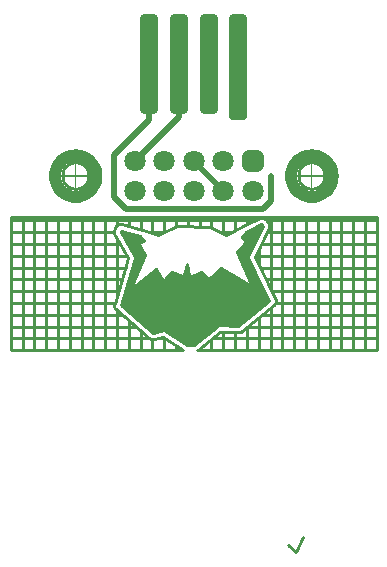
<source format=gbl>
G04*
G04  File:            CL_INTERFACE_8PIN_ADAPTER_(PCAD2006).GBL, Thu Oct 24 18:45:35 2019*
G04  Source:          P-CAD 2006 PCB, Version 19.02.958, (D:\retrocomputing\CL-interface\git\usb-current-loop-converter\pcb\cl_interface_8pin_adapter_(pcad2006).pcb)*
G04  Format:          Gerber Format (RS-274-D), ASCII*
G04*
G04  Format Options:  Absolute Positioning*
G04                   Leading-Zero Suppression*
G04                   Scale Factor 1:1*
G04                   NO Circular Interpolation*
G04                   Millimeter Units*
G04                   Numeric Format: 5.3 (XXXXX.XXX)*
G04                   G54 NOT Used for Aperture Change*
G04                   Apertures Embedded*
G04*
G04  File Options:    Offset = (0.000mm,0.000mm)*
G04                   Drill Symbol Size = 2.032mm*
G04                   Pad/Via Holes*
G04*
G04  File Contents:   Pads*
G04                   Vias*
G04                   No Designators*
G04                   No Types*
G04                   No Values*
G04                   No Drill Symbols*
G04                   Bottom*
G04*
%INCL_INTERFACE_8PIN_ADAPTER_(PCAD2006).GBL*%
%ICAS*%
%MOMM*%
G04*
G04  Aperture MACROs for general use --- invoked via D-code assignment *
G04*
G04  General MACRO for flashed round with rotation and/or offset hole *
%AMROTOFFROUND*
1,1,$1,0.0000,0.0000*
1,0,$2,$3,$4*%
G04*
G04  General MACRO for flashed oval (obround) with rotation and/or offset hole *
%AMROTOFFOVAL*
21,1,$1,$2,0.0000,0.0000,$3*
1,1,$4,$5,$6*
1,1,$4,0-$5,0-$6*
1,0,$7,$8,$9*%
G04*
G04  General MACRO for flashed oval (obround) with rotation and no hole *
%AMROTOVALNOHOLE*
21,1,$1,$2,0.0000,0.0000,$3*
1,1,$4,$5,$6*
1,1,$4,0-$5,0-$6*%
G04*
G04  General MACRO for flashed rectangle with rotation and/or offset hole *
%AMROTOFFRECT*
21,1,$1,$2,0.0000,0.0000,$3*
1,0,$4,$5,$6*%
G04*
G04  General MACRO for flashed rectangle with rotation and no hole *
%AMROTRECTNOHOLE*
21,1,$1,$2,0.0000,0.0000,$3*%
G04*
G04  General MACRO for flashed rounded-rectangle *
%AMROUNDRECT*
21,1,$1,$2-$4,0.0000,0.0000,$3*
21,1,$1-$4,$2,0.0000,0.0000,$3*
1,1,$4,$5,$6*
1,1,$4,$7,$8*
1,1,$4,0-$5,0-$6*
1,1,$4,0-$7,0-$8*
1,0,$9,$10,$11*%
G04*
G04  General MACRO for flashed rounded-rectangle with rotation and no hole *
%AMROUNDRECTNOHOLE*
21,1,$1,$2-$4,0.0000,0.0000,$3*
21,1,$1-$4,$2,0.0000,0.0000,$3*
1,1,$4,$5,$6*
1,1,$4,$7,$8*
1,1,$4,0-$5,0-$6*
1,1,$4,0-$7,0-$8*%
G04*
G04  General MACRO for flashed regular polygon *
%AMREGPOLY*
5,1,$1,0.0000,0.0000,$2,$3+$4*
1,0,$5,$6,$7*%
G04*
G04  General MACRO for flashed regular polygon with no hole *
%AMREGPOLYNOHOLE*
5,1,$1,0.0000,0.0000,$2,$3+$4*%
G04*
G04  General MACRO for target *
%AMTARGET*
6,0,0,$1,$2,$3,4,$4,$5,$6*%
G04*
G04  General MACRO for mounting hole *
%AMMTHOLE*
1,1,$1,0,0*
1,0,$2,0,0*
$1=$1-$2*
$1=$1/2*
21,1,$2+$1,$3,0,0,$4*
21,1,$3,$2+$1,0,0,$4*%
G04*
G04*
G04  D10 : "Ellipse X0.254mm Y0.254mm H0.000mm 0.0deg (0.000mm,0.000mm) Draw"*
G04  Disc: OuterDia=0.2540*
%ADD10C, 0.2540*%
G04  D11 : "Ellipse X0.300mm Y0.300mm H0.000mm 0.0deg (0.000mm,0.000mm) Draw"*
G04  Disc: OuterDia=0.3000*
%ADD11C, 0.3000*%
G04  D12 : "Ellipse X0.400mm Y0.400mm H0.000mm 0.0deg (0.000mm,0.000mm) Draw"*
G04  Disc: OuterDia=0.4000*
%ADD12C, 0.4000*%
G04  D13 : "Ellipse X0.500mm Y0.500mm H0.000mm 0.0deg (0.000mm,0.000mm) Draw"*
G04  Disc: OuterDia=0.5000*
%ADD13C, 0.5000*%
G04  D14 : "Ellipse X0.050mm Y0.050mm H0.000mm 0.0deg (0.000mm,0.000mm) Draw"*
G04  Disc: OuterDia=0.0500*
%ADD14C, 0.0500*%
G04  D15 : "Ellipse X0.100mm Y0.100mm H0.000mm 0.0deg (0.000mm,0.000mm) Draw"*
G04  Disc: OuterDia=0.1000*
%ADD15C, 0.1000*%
G04  D16 : "Ellipse X0.800mm Y0.800mm H0.000mm 0.0deg (0.000mm,0.000mm) Draw"*
G04  Disc: OuterDia=0.8000*
%ADD16C, 0.8000*%
G04  D17 : "Ellipse X1.000mm Y1.000mm H0.000mm 0.0deg (0.000mm,0.000mm) Draw"*
G04  Disc: OuterDia=1.0000*
%ADD17C, 1.0000*%
G04  D18 : "Ellipse X0.130mm Y0.130mm H0.000mm 0.0deg (0.000mm,0.000mm) Draw"*
G04  Disc: OuterDia=0.1300*
%ADD18C, 0.1300*%
G04  D19 : "Ellipse X0.167mm Y0.167mm H0.000mm 0.0deg (0.000mm,0.000mm) Draw"*
G04  Disc: OuterDia=0.1670*
%ADD19C, 0.1670*%
G04  D20 : "Ellipse X0.170mm Y0.170mm H0.000mm 0.0deg (0.000mm,0.000mm) Draw"*
G04  Disc: OuterDia=0.1700*
%ADD20C, 0.1700*%
G04  D21 : "Ellipse X0.200mm Y0.200mm H0.000mm 0.0deg (0.000mm,0.000mm) Draw"*
G04  Disc: OuterDia=0.2000*
%ADD21C, 0.2000*%
G04  D22 : "Ellipse X0.250mm Y0.250mm H0.000mm 0.0deg (0.000mm,0.000mm) Draw"*
G04  Disc: OuterDia=0.2500*
%ADD22C, 0.2500*%
G04  D23 : "Ellipse X2.881mm Y2.881mm H0.000mm 0.0deg (0.000mm,0.000mm) Flash"*
G04  Disc: OuterDia=2.8810*
%ADD23C, 2.8810*%
G04  D24 : "Ellipse X0.800mm Y0.800mm H0.000mm 0.0deg (0.000mm,0.000mm) Flash"*
G04  Disc: OuterDia=0.8000*
%ADD24C, 0.8000*%
G04  D25 : "Ellipse X1.000mm Y1.000mm H0.000mm 0.0deg (0.000mm,0.000mm) Flash"*
G04  Disc: OuterDia=1.0000*
%ADD25C, 1.0000*%
G04  D26 : "Ellipse X1.500mm Y1.500mm H0.000mm 0.0deg (0.000mm,0.000mm) Flash"*
G04  Disc: OuterDia=1.5000*
%ADD26C, 1.5000*%
G04  D27 : "Ellipse X1.800mm Y1.800mm H0.000mm 0.0deg (0.000mm,0.000mm) Flash"*
G04  Disc: OuterDia=1.8000*
%ADD27C, 1.8000*%
G04  D28 : "Ellipse X1.881mm Y1.881mm H0.000mm 0.0deg (0.000mm,0.000mm) Flash"*
G04  Disc: OuterDia=1.8810*
%ADD28C, 1.8810*%
G04  D29 : "Ellipse X2.181mm Y2.181mm H0.000mm 0.0deg (0.000mm,0.000mm) Flash"*
G04  Disc: OuterDia=2.1810*
%ADD29C, 2.1810*%
G04  D30 : "Mounting Hole X2.500mm Y2.500mm H0.000mm 0.0deg (0.000mm,0.000mm) Flash"*
G04  Mounting Hole: Diameter=2.5000, Rotation=0.0, LineWidth=0.1270 *
%ADD30MTHOLE, 2.5000 X1.9920 X0.1270 X0.0*%
G04  D31 : "Rounded Rectangle X1.500mm Y8.500mm H0.000mm 0.0deg (0.000mm,0.000mm) Flash"*
G04  RoundRct: DimX=1.5000, DimY=8.5000, CornerRad=0.3750, Rotation=0.0, OffsetX=0.0000, OffsetY=0.0000, HoleDia=0.0000 *
%ADD31ROUNDRECTNOHOLE, 1.5000 X8.5000 X0.0 X0.7500 X-0.3750 X-3.8750 X-0.3750 X3.8750*%
G04  D32 : "Rounded Rectangle X1.881mm Y8.881mm H0.000mm 0.0deg (0.000mm,0.000mm) Flash"*
G04  RoundRct: DimX=1.8810, DimY=8.8810, CornerRad=0.4703, Rotation=0.0, OffsetX=0.0000, OffsetY=0.0000, HoleDia=0.0000 *
%ADD32ROUNDRECTNOHOLE, 1.8810 X8.8810 X0.0 X0.9405 X-0.4703 X-3.9703 X-0.4703 X3.9703*%
G04  D33 : "Rounded Rectangle X1.500mm Y1.500mm H0.000mm 0.0deg (0.000mm,0.000mm) Flash"*
G04  RoundRct: DimX=1.5000, DimY=1.5000, CornerRad=0.3750, Rotation=0.0, OffsetX=0.0000, OffsetY=0.0000, HoleDia=0.0000 *
%ADD33ROUNDRECTNOHOLE, 1.5000 X1.5000 X0.0 X0.7500 X-0.3750 X-0.3750 X-0.3750 X0.3750*%
G04  D34 : "Rounded Rectangle X1.800mm Y1.800mm H0.000mm 0.0deg (0.000mm,0.000mm) Flash"*
G04  RoundRct: DimX=1.8000, DimY=1.8000, CornerRad=0.4500, Rotation=0.0, OffsetX=0.0000, OffsetY=0.0000, HoleDia=0.0000 *
%ADD34ROUNDRECTNOHOLE, 1.8000 X1.8000 X0.0 X0.9000 X-0.4500 X-0.4500 X-0.4500 X0.4500*%
G04  D35 : "Rounded Rectangle X1.881mm Y1.881mm H0.000mm 0.0deg (0.000mm,0.000mm) Flash"*
G04  RoundRct: DimX=1.8810, DimY=1.8810, CornerRad=0.4703, Rotation=0.0, OffsetX=0.0000, OffsetY=0.0000, HoleDia=0.0000 *
%ADD35ROUNDRECTNOHOLE, 1.8810 X1.8810 X0.0 X0.9405 X-0.4703 X-0.4703 X-0.4703 X0.4703*%
G04  D36 : "Rounded Rectangle X2.181mm Y2.181mm H0.000mm 0.0deg (0.000mm,0.000mm) Flash"*
G04  RoundRct: DimX=2.1810, DimY=2.1810, CornerRad=0.5453, Rotation=0.0, OffsetX=0.0000, OffsetY=0.0000, HoleDia=0.0000 *
%ADD36ROUNDRECTNOHOLE, 2.1810 X2.1810 X0.0 X1.0905 X-0.5453 X-0.5453 X-0.5453 X0.5453*%
G04  D37 : "Ellipse X0.500mm Y0.500mm H0.000mm 0.0deg (0.000mm,0.000mm) Flash"*
G04  Disc: OuterDia=0.5000*
%ADD37C, 0.5000*%
G04*
%FSLAX53Y53*%
%SFA1B1*%
%OFA0.000B0.000*%
G04*
G71*
G90*
G01*
D2*
%LNBottom*%
D13*
X107750Y209250*
X108750Y208250D1*
X107750Y212750D2*
Y209250D1*
X110750Y220500D2*
Y215750D1*
X113250Y220500D2*
Y216000D1*
X120375Y208250D2*
X121000Y208875D1*
Y211000*
X118250Y216000D2*
X117750D1*
Y220500D2*
X118250D1*
X117750Y216000D2*
Y220500D1*
X118250D2*
Y216000D1*
X118750D2*
X118250D1*
Y220500D2*
X118750D1*
Y216000*
D2*
D22*
X122487Y179805*
X123122Y179170D1*
X123757Y180440*
D2*
D17*
X124500Y212750*
X124250Y212732D1*
X124006Y212679*
X123773Y212591*
X123553Y212472*
X123353Y212322*
X123177Y212146*
X123027Y211946*
X122908Y211726*
X122820Y211493*
X122767Y211249*
X122750Y211000*
X122767Y210750*
X122820Y210506*
X122908Y210273*
X123027Y210053*
X123177Y209853*
X123353Y209677*
X123553Y209527*
X123773Y209408*
X124006Y209320*
X124250Y209267*
X124500Y209250*
X124749Y209267*
X124993Y209320*
X125226Y209408*
X125446Y209527*
X125646Y209677*
X125822Y209853*
X125972Y210053*
X126091Y210273*
X126179Y210506*
X126232Y210750*
X126250Y211000*
X126232Y211249*
X126179Y211493*
X126091Y211726*
X125972Y211946*
X125822Y212146*
X125646Y212322*
X125446Y212472*
X125226Y212591*
X124993Y212679*
X124749Y212732*
X124500Y212750*
D2*
D13*
X110750Y215750*
X107750Y212750D1*
X113250Y216000D2*
X109500Y212250D1*
D2*
D17*
X104500Y212750*
X104250Y212732D1*
X104006Y212679*
X103773Y212591*
X103553Y212472*
X103353Y212322*
X103177Y212146*
X103027Y211946*
X102908Y211726*
X102820Y211493*
X102767Y211249*
X102750Y211000*
X102767Y210750*
X102820Y210506*
X102908Y210273*
X103027Y210053*
X103177Y209853*
X103353Y209677*
X103553Y209527*
X103773Y209408*
X104006Y209320*
X104250Y209267*
X104500Y209250*
X104749Y209267*
X104993Y209320*
X105226Y209408*
X105446Y209527*
X105646Y209677*
X105822Y209853*
X105972Y210053*
X106091Y210273*
X106179Y210506*
X106232Y210750*
X106250Y211000*
X106232Y211249*
X106179Y211493*
X106091Y211726*
X105972Y211946*
X105822Y212146*
X105646Y212322*
X105446Y212472*
X105226Y212591*
X104993Y212679*
X104749Y212732*
X104500Y212750*
D2*
D13*
X117000Y209750*
X114500Y212250D1*
X108750Y208250D2*
X120375D1*
D2*
D10*
X113737Y196962*
X114580D1*
X113542Y197089D2*
X114740D1*
X113347Y197216D2*
X114901D1*
X113152Y197343D2*
X115062D1*
X112958Y197469D2*
X115223D1*
X112763Y197596D2*
X115383D1*
X112568Y197723D2*
X115544D1*
X112373Y197850D2*
X115705D1*
X110991Y197976D2*
X111533D1*
X112179D2*
X115865D1*
X110843Y198103D2*
X116026D1*
X110695Y198230D2*
X116187D1*
X110547Y198357D2*
X116348D1*
X110399Y198483D2*
X116535D1*
X117192D2*
X118243D1*
X110250Y198610D2*
X118398D1*
X110102Y198737D2*
X118554D1*
X109954Y198863D2*
X118709D1*
X109806Y198990D2*
X118864D1*
X109658Y199117D2*
X119020D1*
X109509Y199244D2*
X119175D1*
X109361Y199370D2*
X119330D1*
X109213Y199497D2*
X119485D1*
X109065Y199624D2*
X119641D1*
X108917Y199751D2*
X119796D1*
X108768Y199877D2*
X119951D1*
X108620Y200004D2*
X120106D1*
X108495Y200131D2*
X120262D1*
X108533Y200257D2*
X120417D1*
X108571Y200384D2*
X120572D1*
X108609Y200511D2*
X120707D1*
X108647Y200638D2*
X120646D1*
X108686Y200764D2*
X120584D1*
X108724Y200891D2*
X120522D1*
X108762Y201018D2*
X120461D1*
X108800Y201145D2*
X120399D1*
X108838Y201271D2*
X120337D1*
X108876Y201398D2*
X120276D1*
X108914Y201525D2*
X120214D1*
X108952Y201652D2*
X109433D1*
X109563D2*
X120153D1*
X108990Y201778D2*
X109273D1*
X109760D2*
X119003D1*
X119348D2*
X120091D1*
X109028Y201905D2*
X109244D1*
X109926D2*
X118787D1*
X119427D2*
X120029D1*
X109066Y202032D2*
X109280D1*
X110093D2*
X118570D1*
X119430D2*
X119968D1*
X109104Y202158D2*
X109335D1*
X110259D2*
X111765D1*
X112133D2*
X118354D1*
X119373D2*
X119906D1*
X109143Y202285D2*
X109390D1*
X110426D2*
X111683D1*
X112244D2*
X115620D1*
X115900D2*
X118137D1*
X119316D2*
X119844D1*
X109181Y202412D2*
X109445D1*
X110592D2*
X111603D1*
X112360D2*
X113460D1*
X113694D2*
X114112D1*
X114383D2*
X115465D1*
X116046D2*
X117920D1*
X119260D2*
X119783D1*
X109219Y202539D2*
X109500D1*
X110759D2*
X111522D1*
X112476D2*
X113163D1*
X113816D2*
X114008D1*
X114646D2*
X115311D1*
X116191D2*
X117704D1*
X119203D2*
X119721D1*
X109257Y202665D2*
X109555D1*
X110926D2*
X111441D1*
X112592D2*
X112860D1*
X113848D2*
X113985D1*
X114908D2*
X115156D1*
X116336D2*
X117487D1*
X119146D2*
X119659D1*
X109295Y202792D2*
X109610D1*
X111092D2*
X111361D1*
X113879D2*
X113963D1*
X116482D2*
X117271D1*
X119089D2*
X119598D1*
X109333Y202919D2*
X109665D1*
X111259D2*
X111280D1*
X113911D2*
X113940D1*
X116627D2*
X117054D1*
X119032D2*
X119536D1*
X109371Y203046D2*
X109720D1*
X116773D2*
X116837D1*
X118975D2*
X119474D1*
X109409Y203172D2*
X109775D1*
X118919D2*
X119413D1*
X109447Y203299D2*
X109830D1*
X118862D2*
X119351D1*
X109485Y203426D2*
X109885D1*
X118805D2*
X119289D1*
X109523Y203552D2*
X109940D1*
X118748D2*
X119228D1*
X109561Y203679D2*
X109995D1*
X118691D2*
X119166D1*
X109600Y203806D2*
X110050D1*
X118635D2*
X119104D1*
X109638Y203933D2*
X110105D1*
X118578D2*
X119043D1*
X109676Y204059D2*
X110160D1*
X118521D2*
X118981D1*
X109657Y204186D2*
X110215D1*
X118464D2*
X118978D1*
X109584Y204313D2*
X110255D1*
X118407D2*
X119034D1*
X109511Y204440D2*
X110177D1*
X118351D2*
X119093D1*
X109438Y204566D2*
X110099D1*
X118336D2*
X119151D1*
X109365Y204693D2*
X110021D1*
X118448D2*
X119210D1*
X109292Y204820D2*
X109943D1*
X118559D2*
X119268D1*
X109219Y204946D2*
X109865D1*
X118671D2*
X119327D1*
X109147Y205073D2*
X109787D1*
X118782D2*
X119385D1*
X109074Y205200D2*
X109707D1*
X118893D2*
X119444D1*
X109001Y205327D2*
X109683D1*
X118984D2*
X119502D1*
X108928Y205453D2*
X109729D1*
X118991D2*
X119560D1*
X108855Y205580D2*
X109962D1*
X118930D2*
X119619D1*
X108782Y205707D2*
X109961D1*
X118830D2*
X119677D1*
X108709Y205834D2*
X109781D1*
X118758D2*
X119736D1*
X108636Y205960D2*
X109337D1*
X118861D2*
X119794D1*
X108563Y206087D2*
X108893D1*
X118964D2*
X119853D1*
X119143Y206214D2*
X119911D1*
X119393Y206341D2*
X119970D1*
X119643Y206467D2*
X120028D1*
X119893Y206594D2*
X120087D1*
X120143Y206721D2*
X120145D1*
X120227Y206906D2*
X118931Y206248D1*
X118582Y205818*
X118832Y205497*
X118842Y205488*
X118848Y205477*
X118855Y205468*
X118859Y205455*
X118865Y205443*
X118865Y205431*
X118869Y205419*
X118867Y205406*
X118868Y205392*
X118864Y205381*
X118862Y205369*
X118856Y205357*
X118852Y205345*
X118844Y205335*
X118838Y205325*
X118827Y205317*
X118159Y204557*
X119289Y202035*
X119296Y202026*
X119300Y202012*
X119306Y201998*
X119306Y201988*
X119309Y201977*
X119307Y201963*
X119307Y201948*
X119303Y201938*
X119302Y201927*
X119294Y201914*
X119289Y201901*
X119282Y201893*
X119276Y201884*
X119265Y201875*
X119255Y201864*
X119245Y201860*
X119236Y201853*
X119222Y201849*
X119208Y201843*
X119198Y201843*
X119187Y201840*
X119173Y201842*
X119158Y201842*
X119148Y201846*
X119137Y201847*
X119124Y201855*
X119111Y201860*
X119103Y201867*
X116784Y203224*
X115851Y202411*
X115842Y202400*
X115832Y202394*
X115824Y202387*
X115810Y202383*
X115797Y202376*
X115786Y202375*
X115776Y202371*
X115761Y202372*
X115747Y202371*
X115737Y202374*
X115726Y202375*
X115713Y202381*
X115699Y202385*
X115690Y202392*
X115680Y202397*
X115671Y202408*
X115082Y202890*
X114312Y202518*
X114297Y202509*
X114289Y202508*
X114282Y202504*
X114264Y202503*
X114247Y202500*
X114239Y202502*
X114231Y202501*
X114215Y202507*
X114197Y202511*
X114191Y202515*
X114184Y202518*
X114171Y202530*
X114156Y202540*
X114152Y202546*
X114146Y202552*
X114138Y202568*
X114129Y202582*
X114128Y202590*
X114124Y202597*
X114123Y202615*
X113949Y203595*
X113706Y202624*
X113706Y202614*
X113700Y202599*
X113697Y202584*
X113691Y202576*
X113687Y202567*
X113676Y202556*
X113667Y202544*
X113658Y202539*
X113651Y202532*
X113637Y202526*
X113623Y202518*
X113613Y202516*
X113604Y202512*
X113589Y202512*
X113573Y202510*
X113564Y202513*
X113554Y202513*
X113539Y202519*
X113524Y202522*
X113516Y202528*
X112633Y202898*
X112049Y202260*
X112039Y202246*
X112032Y202241*
X112026Y202235*
X112011Y202228*
X111996Y202219*
X111988Y202217*
X111980Y202214*
X111963Y202213*
X111947Y202210*
X111938Y202212*
X111930Y202212*
X111914Y202217*
X111897Y202221*
X111890Y202226*
X111882Y202229*
X111870Y202240*
X111856Y202250*
X111851Y202257*
X111845Y202263*
X111838Y202278*
X111306Y203115*
X109582Y201803*
X109570Y201791*
X109562Y201788*
X109556Y201783*
X109539Y201779*
X109523Y201772*
X109515Y201772*
X109507Y201770*
X109490Y201773*
X109472Y201773*
X109465Y201776*
X109457Y201777*
X109442Y201786*
X109426Y201793*
X109420Y201799*
X109414Y201803*
X109403Y201817*
X109391Y201829*
X109388Y201837*
X109383Y201843*
X109379Y201860*
X109372Y201876*
X109372Y201884*
X109370Y201892*
X109373Y201909*
X109373Y201927*
X109376Y201934*
X109377Y201942*
X109386Y201957*
X110407Y204309*
X109835Y205236*
X109824Y205250*
X109822Y205258*
X109818Y205264*
X109815Y205282*
X109810Y205299*
X109811Y205307*
X109810Y205314*
X109814Y205332*
X109816Y205349*
X109820Y205356*
X109822Y205363*
X109832Y205378*
X109841Y205393*
X109847Y205398*
X109851Y205404*
X109866Y205414*
X109880Y205425*
X109888Y205427*
X109894Y205431*
X109912Y205434*
X110274Y205537*
X109948Y205918*
X108341Y206377*
X108302Y206287*
X109518Y204173*
X109519Y204172*
X109530Y204151*
X109542Y204131*
X109542Y204129*
X109543Y204127*
X109546Y204104*
X109549Y204081*
X109548Y204079*
X109548Y204077*
X109542Y204055*
X109536Y204032*
X109534Y204031*
X108345Y200072*
X111064Y197747*
X111968Y197939*
X112017Y197930*
X113895Y196708*
X114484Y196725*
X116526Y198335*
X116539Y198348*
X116546Y198351*
X116551Y198355*
X116569Y198360*
X116586Y198367*
X116593Y198367*
X116599Y198369*
X116618Y198366*
X118265Y198337*
X120871Y200464*
X119124Y204057*
X119119Y204062*
X119113Y204080*
X119104Y204097*
X119104Y204103*
X119102Y204109*
X119102Y204128*
X119101Y204147*
X119103Y204153*
X119104Y204160*
X119112Y204177*
X119118Y204195*
X119122Y204200*
X120326Y206810*
X120227Y206906*
D2*
D22*
X130000Y207500*
X99000D1*
Y196250*
X113587*
X111885Y197357*
X111173Y197205*
X111147Y197192*
X111091Y197188*
X111035Y197176*
X111007Y197181*
X110978Y197179*
X110925Y197197*
X110869Y197207*
X110845Y197223*
X110818Y197232*
X110775Y197268*
X110727Y197299*
X110711Y197323*
X107927Y199703*
X107865Y199754*
X107863Y199758*
X107859Y199761*
X107823Y199832*
X107785Y199903*
X107785Y199908*
X107782Y199912*
X107776Y199991*
X107768Y200071*
X107770Y200076*
X107769Y200081*
X107794Y200157*
X108960Y204036*
X107817Y206023*
X107794Y206047*
X107775Y206095*
X107749Y206141*
X107745Y206174*
X107733Y206204*
X107734Y206257*
X107727Y206308*
X107736Y206340*
X107736Y206373*
X107758Y206421*
X107771Y206472*
X107791Y206498*
X107869Y206674*
X107884Y206728*
X107903Y206751*
X107915Y206778*
X107955Y206816*
X107989Y206860*
X108015Y206874*
X108037Y206895*
X108088Y206915*
X108137Y206942*
X108167Y206945*
X108194Y206956*
X108250Y206955*
X108305Y206961*
X108334Y206953*
X108363Y206953*
X108414Y206930*
X110095Y206450*
X110136Y206447*
X110175Y206427*
X110218Y206415*
X110221Y206412*
X111490Y206050*
X113040Y206800*
X115860Y206705*
X117220Y206020*
X119344Y207077*
X119993Y207406*
X120001Y207414*
X120068Y207444*
X120133Y207477*
X120145Y207478*
X120156Y207483*
X120228Y207484*
X120301Y207490*
X120313Y207486*
X120325Y207486*
X120393Y207460*
X120462Y207437*
X120471Y207429*
X120482Y207425*
X120535Y207375*
X120590Y207327*
X120596Y207316*
X120722Y207196*
X120734Y207190*
X120783Y207138*
X120834Y207088*
X120840Y207076*
X120849Y207066*
X120874Y206999*
X120903Y206933*
X120903Y206920*
X120908Y206907*
X120905Y206836*
X120906Y206764*
X120901Y206752*
X120901Y206738*
X120871Y206673*
X120845Y206607*
X120836Y206597*
X119700Y204134*
X121390Y200660*
X121412Y200633*
X121427Y200585*
X121449Y200539*
X121451Y200504*
X121461Y200471*
X121456Y200421*
X121459Y200371*
X121447Y200338*
X121444Y200303*
X121420Y200258*
X121404Y200211*
X121380Y200185*
X121364Y200154*
X121325Y200122*
X121291Y200084*
X121260Y200069*
X118592Y197891*
X118544Y197845*
X118527Y197838*
X118513Y197827*
X118449Y197808*
X118387Y197783*
X118368Y197783*
X118351Y197778*
X118284Y197785*
X116754Y197812*
X114817Y196285*
X114784Y196250*
X130000*
Y207500*
X99000Y196250D2*
X113587D1*
X114784D2*
X130000D1*
X99000Y197250D2*
X110797D1*
X111380D2*
X112051D1*
X116040D2*
X130000D1*
X99000Y198250D2*
X109627D1*
X119031D2*
X130000D1*
X99000Y199250D2*
X108458D1*
X120256D2*
X130000D1*
X99000Y200250D2*
X107822D1*
X121417D2*
X130000D1*
X99000Y201250D2*
X108122D1*
X121103D2*
X130000D1*
X99000Y202250D2*
X108423D1*
X120617D2*
X130000D1*
X99000Y203250D2*
X108723D1*
X120130D2*
X130000D1*
X99000Y204250D2*
X108837D1*
X119753D2*
X130000D1*
X99000Y205250D2*
X108262D1*
X120214D2*
X130000D1*
X99000Y206250D2*
X107734D1*
X110789D2*
X111903D1*
X116763D2*
X117682D1*
X120675D2*
X130000D1*
X99000Y207250D2*
X119685D1*
X120666D2*
X130000D1*
X99000Y207499D2*
Y196249D1*
X100000Y207499D2*
Y196249D1*
X101000Y207499D2*
Y196249D1*
X102000Y207499D2*
Y196249D1*
X103000Y207499D2*
Y196249D1*
X104000Y207499D2*
Y196249D1*
X105000Y207499D2*
Y196249D1*
X106000Y207499D2*
Y196249D1*
X107000Y207499D2*
Y196249D1*
X108000Y207499D2*
Y206866D1*
Y205705D2*
Y200841D1*
Y199641D2*
Y196249D1*
X109000Y207499D2*
Y206763D1*
Y198786D2*
Y196249D1*
X110000Y207499D2*
Y206477D1*
Y197931D2*
Y196249D1*
X111000Y207499D2*
Y206189D1*
Y197181D2*
Y196249D1*
X112000Y207499D2*
Y206296D1*
Y197283D2*
Y196249D1*
X113000Y207499D2*
Y206780D1*
Y196632D2*
Y196249D1*
X114000Y207499D2*
Y206767D1*
X115000Y207499D2*
Y206733D1*
Y196429D2*
Y196249D1*
X116000Y207499D2*
Y206634D1*
Y197217D2*
Y196249D1*
X117000Y207499D2*
Y206130D1*
Y197808D2*
Y196249D1*
X118000Y207499D2*
Y206408D1*
Y197790D2*
Y196249D1*
X119000Y207499D2*
Y206905D1*
Y198224D2*
Y196249D1*
X120000Y207499D2*
Y207413D1*
Y204784D2*
Y203518D1*
Y199040D2*
Y196249D1*
X121000Y207499D2*
Y201463D1*
Y199856D2*
Y196249D1*
X122000Y207499D2*
Y196249D1*
X123000Y207499D2*
Y196249D1*
X124000Y207499D2*
Y196249D1*
X125000Y207499D2*
Y196249D1*
X126000Y207499D2*
Y196249D1*
X127000Y207499D2*
Y196249D1*
X128000Y207499D2*
Y196249D1*
X129000Y207499D2*
Y196249D1*
D2*
D37*
X105737Y209762D3*
X104500Y209250D3*
X105737Y212237D3*
X104500Y212750D3*
X102750Y211000D3*
X106250D3*
X103262Y209762D3*
X103262Y212237D3*
D24*
X112185Y201099D3*
X115950Y201094D3*
D37*
X121000Y211000D3*
X117750Y216000D3*
X118750D3*
X123262Y209762D3*
X125737Y209762D3*
X124500Y209250D3*
X125737Y212237D3*
X123262Y212237D3*
X124500Y212750D3*
X122750Y211000D3*
X126250D3*
D31*
X113250Y220500D3*
X110750D3*
X115750D3*
X118250D3*
D30*
X104500Y211000D3*
D27*
X114500Y212250D3*
Y209750D3*
X112000Y212250D3*
Y209750D3*
X119500D3*
D34*
Y212250D3*
D30*
X124500Y211000D3*
D27*
X117000Y212250D3*
Y209750D3*
X109500Y212250D3*
Y209750D3*
D02M02*

</source>
